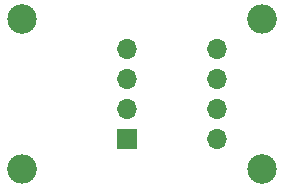
<source format=gbr>
%TF.GenerationSoftware,KiCad,Pcbnew,(5.1.6)-1*%
%TF.CreationDate,2020-07-16T10:06:32+01:00*%
%TF.ProjectId,Jag_Speedy_VRConditioner,4a61675f-5370-4656-9564-795f5652436f,rev?*%
%TF.SameCoordinates,Original*%
%TF.FileFunction,Soldermask,Bot*%
%TF.FilePolarity,Negative*%
%FSLAX46Y46*%
G04 Gerber Fmt 4.6, Leading zero omitted, Abs format (unit mm)*
G04 Created by KiCad (PCBNEW (5.1.6)-1) date 2020-07-16 10:06:32*
%MOMM*%
%LPD*%
G01*
G04 APERTURE LIST*
%ADD10O,2.500000X2.500000*%
%ADD11C,2.500000*%
%ADD12O,1.700000X1.700000*%
%ADD13R,1.700000X1.700000*%
G04 APERTURE END LIST*
D10*
%TO.C,R8*%
X134620000Y-97790000D03*
D11*
X134620000Y-85090000D03*
%TD*%
D10*
%TO.C,R7*%
X154940000Y-85090000D03*
D11*
X154940000Y-97790000D03*
%TD*%
D12*
%TO.C,J1*%
X151130000Y-95250000D03*
X143510000Y-87630000D03*
X151130000Y-92710000D03*
X143510000Y-90170000D03*
X151130000Y-90170000D03*
X143510000Y-92710000D03*
X151130000Y-87630000D03*
D13*
X143510000Y-95250000D03*
%TD*%
M02*

</source>
